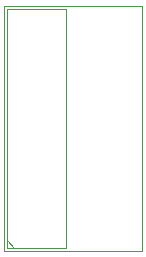
<source format=gbr>
%TF.GenerationSoftware,Altium Limited,Altium Designer,23.3.1 (30)*%
G04 Layer_Color=65535*
%FSLAX45Y45*%
%MOMM*%
%TF.SameCoordinates,796C1B80-4156-4CD7-A6E5-B9CE5994D65D*%
%TF.FilePolarity,Positive*%
%TF.FileFunction,Other,Mechanical_3*%
%TF.Part,Single*%
G01*
G75*
%TA.AperFunction,NonConductor*%
%ADD34C,0.10008*%
%ADD35C,0.05004*%
D34*
X8360004Y7308494D02*
X8423504Y7244994D01*
X8360004D02*
X8860003D01*
Y9265006D01*
X8360004D02*
X8860003D01*
X8360004Y7244994D02*
Y9265006D01*
D35*
X8335010Y7220001D02*
X9507804D01*
Y9289999D01*
X8335010D02*
X9507804D01*
X8335010Y7220001D02*
Y9289999D01*
%TF.MD5,24d791adf350e6ae74b9eb159a9c5041*%
M02*

</source>
